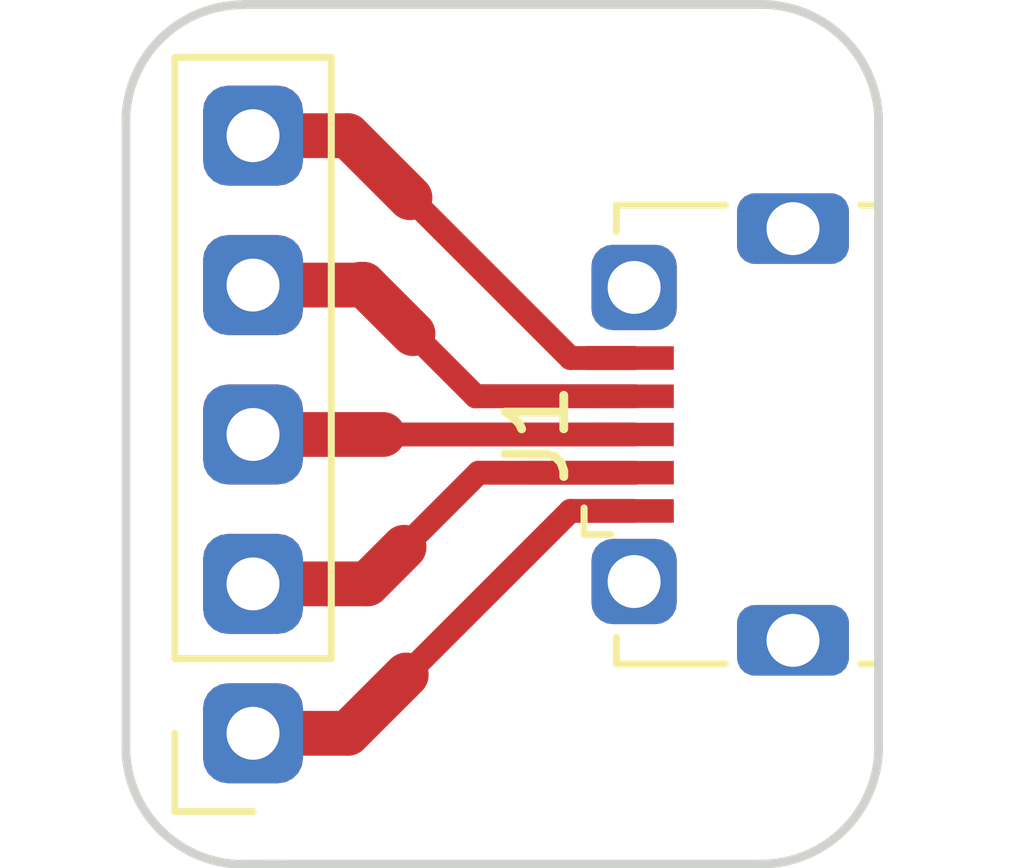
<source format=kicad_pcb>
(kicad_pcb (version 20171130) (host pcbnew 5.0.1)

  (general
    (thickness 1.6)
    (drawings 8)
    (tracks 23)
    (zones 0)
    (modules 2)
    (nets 7)
  )

  (page A4)
  (layers
    (0 F.Cu signal)
    (31 B.Cu signal hide)
    (32 B.Adhes user hide)
    (33 F.Adhes user hide)
    (34 B.Paste user hide)
    (35 F.Paste user hide)
    (36 B.SilkS user hide)
    (37 F.SilkS user hide)
    (38 B.Mask user hide)
    (39 F.Mask user hide)
    (40 Dwgs.User user hide)
    (41 Cmts.User user hide)
    (42 Eco1.User user hide)
    (43 Eco2.User user hide)
    (44 Edge.Cuts user)
    (45 Margin user)
    (46 B.CrtYd user hide)
    (47 F.CrtYd user)
    (48 B.Fab user hide)
    (49 F.Fab user)
  )

  (setup
    (last_trace_width 0.762)
    (user_trace_width 0.4064)
    (user_trace_width 0.762)
    (trace_clearance 0.2)
    (zone_clearance 0.508)
    (zone_45_only no)
    (trace_min 0.2)
    (segment_width 0.2)
    (edge_width 0.15)
    (via_size 0.8)
    (via_drill 0.4)
    (via_min_size 0.4)
    (via_min_drill 0.3)
    (uvia_size 0.3)
    (uvia_drill 0.1)
    (uvias_allowed no)
    (uvia_min_size 0.2)
    (uvia_min_drill 0.1)
    (pcb_text_width 0.3)
    (pcb_text_size 1.5 1.5)
    (mod_edge_width 0.15)
    (mod_text_size 1 1)
    (mod_text_width 0.15)
    (pad_size 1.7 1.7)
    (pad_drill 0.9)
    (pad_to_mask_clearance 0.051)
    (solder_mask_min_width 0.25)
    (aux_axis_origin 139.39 86.79)
    (visible_elements FFFFFF7F)
    (pcbplotparams
      (layerselection 0x00000_7ffffffe)
      (usegerberextensions false)
      (usegerberattributes false)
      (usegerberadvancedattributes false)
      (creategerberjobfile false)
      (excludeedgelayer true)
      (linewidth 0.100000)
      (plotframeref false)
      (viasonmask false)
      (mode 1)
      (useauxorigin false)
      (hpglpennumber 1)
      (hpglpenspeed 20)
      (hpglpendiameter 15.000000)
      (psnegative false)
      (psa4output false)
      (plotreference true)
      (plotvalue true)
      (plotinvisibletext false)
      (padsonsilk false)
      (subtractmaskfromsilk false)
      (outputformat 1)
      (mirror false)
      (drillshape 0)
      (scaleselection 1)
      (outputdirectory "cnc/"))
  )

  (net 0 "")
  (net 1 "Net-(J1-Pad6)")
  (net 2 "Net-(J1-Pad2)")
  (net 3 "Net-(J1-Pad1)")
  (net 4 "Net-(J1-Pad5)")
  (net 5 "Net-(J1-Pad4)")
  (net 6 "Net-(J1-Pad3)")

  (net_class Default "This is the default net class."
    (clearance 0.2)
    (trace_width 0.25)
    (via_dia 0.8)
    (via_drill 0.4)
    (uvia_dia 0.3)
    (uvia_drill 0.1)
    (add_net "Net-(J1-Pad1)")
    (add_net "Net-(J1-Pad2)")
    (add_net "Net-(J1-Pad3)")
    (add_net "Net-(J1-Pad4)")
    (add_net "Net-(J1-Pad5)")
    (add_net "Net-(J1-Pad6)")
  )

  (module micro-usb-breakout:USB_Micro-B_Molex-105017-0001-ALIEXPRESS (layer F.Cu) (tedit 5C165A85) (tstamp 5C2256C9)
    (at 136.5885 79.3115 90)
    (descr http://www.molex.com/pdm_docs/sd/1050170001_sd.pdf)
    (tags "Micro-USB SMD Typ-B")
    (path /5C1572FD)
    (attr smd)
    (fp_text reference J1 (at 0 -3.1125 90) (layer F.SilkS)
      (effects (font (size 1 1) (thickness 0.15)))
    )
    (fp_text value USB_B_Micro (at 0.3 4.3375 90) (layer F.Fab)
      (effects (font (size 1 1) (thickness 0.15)))
    )
    (fp_text user "PCB Edge" (at 0 2.6875 90) (layer Dwgs.User)
      (effects (font (size 0.5 0.5) (thickness 0.08)))
    )
    (fp_text user %R (at 0 0.8875 90) (layer F.Fab)
      (effects (font (size 1 1) (thickness 0.15)))
    )
    (fp_line (start -4.4 3.64) (end 4.4 3.64) (layer F.CrtYd) (width 0.05))
    (fp_line (start 4.4 -2.46) (end 4.4 3.64) (layer F.CrtYd) (width 0.05))
    (fp_line (start -4.4 -2.46) (end 4.4 -2.46) (layer F.CrtYd) (width 0.05))
    (fp_line (start -4.4 3.64) (end -4.4 -2.46) (layer F.CrtYd) (width 0.05))
    (fp_line (start -3.9 -1.7625) (end -3.45 -1.7625) (layer F.SilkS) (width 0.12))
    (fp_line (start -3.9 0.0875) (end -3.9 -1.7625) (layer F.SilkS) (width 0.12))
    (fp_line (start 3.9 2.6375) (end 3.9 2.3875) (layer F.SilkS) (width 0.12))
    (fp_line (start 3.75 3.3875) (end 3.75 -1.6125) (layer F.Fab) (width 0.1))
    (fp_line (start -3 2.689204) (end 3 2.689204) (layer F.Fab) (width 0.1))
    (fp_line (start -3.75 3.389204) (end 3.75 3.389204) (layer F.Fab) (width 0.1))
    (fp_line (start -3.75 -1.6125) (end 3.75 -1.6125) (layer F.Fab) (width 0.1))
    (fp_line (start -3.75 3.3875) (end -3.75 -1.6125) (layer F.Fab) (width 0.1))
    (fp_line (start -3.9 2.6375) (end -3.9 2.3875) (layer F.SilkS) (width 0.12))
    (fp_line (start 3.9 0.0875) (end 3.9 -1.7625) (layer F.SilkS) (width 0.12))
    (fp_line (start 3.9 -1.7625) (end 3.45 -1.7625) (layer F.SilkS) (width 0.12))
    (fp_line (start -1.7 -2.3125) (end -1.25 -2.3125) (layer F.SilkS) (width 0.12))
    (fp_line (start -1.7 -2.3125) (end -1.7 -1.8625) (layer F.SilkS) (width 0.12))
    (fp_line (start -1.3 -1.7125) (end -1.5 -1.9125) (layer F.Fab) (width 0.1))
    (fp_line (start -1.1 -1.9125) (end -1.3 -1.7125) (layer F.Fab) (width 0.1))
    (fp_line (start -1.5 -2.1225) (end -1.1 -2.1225) (layer F.Fab) (width 0.1))
    (fp_line (start -1.5 -2.1225) (end -1.5 -1.9125) (layer F.Fab) (width 0.1))
    (fp_line (start -1.1 -2.1225) (end -1.1 -1.9125) (layer F.Fab) (width 0.1))
    (pad 6 smd rect (at 1 1.2375 90) (size 1.5 1.9) (layers F.Paste F.Mask)
      (net 1 "Net-(J1-Pad6)"))
    (pad "" thru_hole roundrect (at -2.5 -1.4625 90) (size 1.45 1.45) (drill 0.9) (layers F.Cu F.Mask) (roundrect_rratio 0.25))
    (pad 2 smd rect (at -0.65 -1.4625 90) (size 0.4 1.35) (layers F.Cu F.Paste F.Mask)
      (net 2 "Net-(J1-Pad2)"))
    (pad 1 smd rect (at -1.3 -1.4625 90) (size 0.4 1.35) (layers F.Cu F.Paste F.Mask)
      (net 3 "Net-(J1-Pad1)"))
    (pad 5 smd rect (at 1.3 -1.4625 90) (size 0.4 1.35) (layers F.Cu F.Paste F.Mask)
      (net 4 "Net-(J1-Pad5)"))
    (pad 4 smd rect (at 0.65 -1.4625 90) (size 0.4 1.35) (layers F.Cu F.Paste F.Mask)
      (net 5 "Net-(J1-Pad4)"))
    (pad 3 smd rect (at 0 -1.4625 90) (size 0.4 1.35) (layers F.Cu F.Paste F.Mask)
      (net 6 "Net-(J1-Pad3)"))
    (pad "" thru_hole roundrect (at 2.5 -1.4625 90) (size 1.45 1.45) (drill 0.9) (layers F.Cu F.Mask) (roundrect_rratio 0.25))
    (pad 6 smd rect (at -1 1.2375 90) (size 1.5 1.9) (layers F.Paste F.Mask)
      (net 1 "Net-(J1-Pad6)"))
    (pad "" thru_hole roundrect (at -3.5 1.2375 270) (size 1.2 1.9) (drill 0.9) (layers F.Cu F.Mask) (roundrect_rratio 0.25))
    (pad "" thru_hole roundrect (at 3.5 1.2375 90) (size 1.2 1.9) (drill 0.9) (layers F.Cu F.Mask) (roundrect_rratio 0.25))
    (pad 6 smd rect (at 2.9 1.2375 90) (size 1.2 1.9) (layers F.Mask)
      (net 1 "Net-(J1-Pad6)"))
    (pad 6 smd rect (at -2.9 1.2375 90) (size 1.2 1.9) (layers F.Mask)
      (net 1 "Net-(J1-Pad6)"))
    (model ${KISYS3DMOD}/Connector_USB.3dshapes/USB_Micro-B_Molex-105017-0001.wrl
      (at (xyz 0 0 0))
      (scale (xyz 1 1 1))
      (rotate (xyz 0 0 0))
    )
  )

  (module Connector_PinSocket_2.54mm:PinSocket_1x05_P2.54mm_Vertical (layer F.Cu) (tedit 5C165AB6) (tstamp 5C415DC3)
    (at 128.651 84.3915 180)
    (descr "Through hole straight socket strip, 1x05, 2.54mm pitch, single row (from Kicad 4.0.7), script generated")
    (tags "Through hole socket strip THT 1x05 2.54mm single row")
    (path /5C157705)
    (fp_text reference J2 (at 0 -2.77 180) (layer F.SilkS)
      (effects (font (size 1 1) (thickness 0.15)))
    )
    (fp_text value Conn_01x05_Male (at 3.451 5.1715 270) (layer F.Fab)
      (effects (font (size 1 1) (thickness 0.15)))
    )
    (fp_line (start -1.27 -1.27) (end 0.635 -1.27) (layer F.Fab) (width 0.1))
    (fp_line (start 0.635 -1.27) (end 1.27 -0.635) (layer F.Fab) (width 0.1))
    (fp_line (start 1.27 -0.635) (end 1.27 11.43) (layer F.Fab) (width 0.1))
    (fp_line (start 1.27 11.43) (end -1.27 11.43) (layer F.Fab) (width 0.1))
    (fp_line (start -1.27 11.43) (end -1.27 -1.27) (layer F.Fab) (width 0.1))
    (fp_line (start -1.33 1.27) (end 1.33 1.27) (layer F.SilkS) (width 0.12))
    (fp_line (start -1.33 1.27) (end -1.33 11.49) (layer F.SilkS) (width 0.12))
    (fp_line (start -1.33 11.49) (end 1.33 11.49) (layer F.SilkS) (width 0.12))
    (fp_line (start 1.33 1.27) (end 1.33 11.49) (layer F.SilkS) (width 0.12))
    (fp_line (start 1.33 -1.33) (end 1.33 0) (layer F.SilkS) (width 0.12))
    (fp_line (start 0 -1.33) (end 1.33 -1.33) (layer F.SilkS) (width 0.12))
    (fp_line (start -1.8 -1.8) (end 1.75 -1.8) (layer F.CrtYd) (width 0.05))
    (fp_line (start 1.75 -1.8) (end 1.75 11.9) (layer F.CrtYd) (width 0.05))
    (fp_line (start 1.75 11.9) (end -1.8 11.9) (layer F.CrtYd) (width 0.05))
    (fp_line (start -1.8 11.9) (end -1.8 -1.8) (layer F.CrtYd) (width 0.05))
    (fp_text user %R (at 0 5.08 270) (layer F.Fab)
      (effects (font (size 1 1) (thickness 0.15)))
    )
    (pad 1 thru_hole roundrect (at 0 0 180) (size 1.7 1.7) (drill 0.9) (layers F.Cu F.Mask) (roundrect_rratio 0.25)
      (net 3 "Net-(J1-Pad1)"))
    (pad 2 thru_hole roundrect (at 0 2.54 180) (size 1.7 1.7) (drill 0.9) (layers F.Cu F.Mask) (roundrect_rratio 0.25)
      (net 2 "Net-(J1-Pad2)"))
    (pad 3 thru_hole roundrect (at 0 5.08 180) (size 1.7 1.7) (drill 0.9) (layers F.Cu F.Mask) (roundrect_rratio 0.25)
      (net 6 "Net-(J1-Pad3)"))
    (pad 4 thru_hole roundrect (at 0 7.62 180) (size 1.7 1.7) (drill 0.9) (layers F.Cu F.Mask) (roundrect_rratio 0.25)
      (net 5 "Net-(J1-Pad4)"))
    (pad 5 thru_hole roundrect (at 0 10.16 180) (size 1.7 1.7) (drill 0.9) (layers F.Cu F.Mask) (roundrect_rratio 0.25)
      (net 4 "Net-(J1-Pad5)"))
    (model ${KISYS3DMOD}/Connector_PinSocket_2.54mm.3dshapes/PinSocket_1x05_P2.54mm_Vertical.wrl
      (at (xyz 0 0 0))
      (scale (xyz 1 1 1))
      (rotate (xyz 0 0 0))
    )
  )

  (gr_arc (start 128.489346 74.004902) (end 128.509346 72.004902) (angle -91.29214085) (layer Edge.Cuts) (width 0.15) (tstamp 5C2268AE))
  (gr_arc (start 137.28 74) (end 139.28 74.02) (angle -90.85941521) (layer Edge.Cuts) (width 0.15) (tstamp 5C2268AE))
  (gr_arc (start 128.49 84.62) (end 128.51 86.62) (angle 91.1458774) (layer Edge.Cuts) (width 0.15) (tstamp 5C2268AE))
  (gr_arc (start 137.28058 84.615) (end 137.26058 86.615) (angle -91.28930637) (layer Edge.Cuts) (width 0.15))
  (gr_line (start 128.492 86.615) (end 137.26058 86.615) (layer Edge.Cuts) (width 0.15))
  (gr_line (start 126.492 74) (end 126.492 84.615) (layer Edge.Cuts) (width 0.15))
  (gr_line (start 137.27836 72) (end 128.492 72) (layer Edge.Cuts) (width 0.15))
  (gr_line (start 139.27836 84.615) (end 139.27836 74) (layer Edge.Cuts) (width 0.15))

  (segment (start 133.335 79.9615) (end 135.1385 79.9615) (width 0.4064) (layer F.Cu) (net 2))
  (segment (start 132.4841 79.9615) (end 135.126 79.9615) (width 0.4064) (layer F.Cu) (net 2))
  (segment (start 130.5941 81.8515) (end 131.2164 81.2292) (width 0.762) (layer F.Cu) (net 2))
  (segment (start 128.651 81.8515) (end 130.5941 81.8515) (width 0.762) (layer F.Cu) (net 2))
  (segment (start 131.2164 81.2292) (end 132.4841 79.9615) (width 0.4064) (layer F.Cu) (net 2))
  (segment (start 128.651 84.3915) (end 130.263 84.3915) (width 0.762) (layer F.Cu) (net 3))
  (segment (start 130.263 84.3915) (end 131.25405 83.40045) (width 0.762) (layer F.Cu) (net 3))
  (segment (start 134.043 80.6115) (end 135.126 80.6115) (width 0.4064) (layer F.Cu) (net 3))
  (segment (start 131.25405 83.40045) (end 134.043 80.6115) (width 0.4064) (layer F.Cu) (net 3))
  (segment (start 135.1385 78.0115) (end 134.336 78.0115) (width 0.4064) (layer F.Cu) (net 4))
  (segment (start 128.651 74.2315) (end 130.263 74.2315) (width 0.762) (layer F.Cu) (net 4))
  (segment (start 130.263 74.2315) (end 131.31755 75.28605) (width 0.762) (layer F.Cu) (net 4))
  (segment (start 134.043 78.0115) (end 135.126 78.0115) (width 0.4064) (layer F.Cu) (net 4))
  (segment (start 131.31755 75.28605) (end 134.043 78.0115) (width 0.4064) (layer F.Cu) (net 4))
  (segment (start 128.651 76.7715) (end 130.4544 76.7715) (width 0.762) (layer F.Cu) (net 5))
  (segment (start 130.4671 76.7588) (end 130.4544 76.7715) (width 0.4064) (layer F.Cu) (net 5))
  (segment (start 135.1385 78.6615) (end 132.4379 78.6615) (width 0.4064) (layer F.Cu) (net 5))
  (segment (start 132.4379 78.6615) (end 132.4356 78.6638) (width 0.4064) (layer F.Cu) (net 5))
  (segment (start 130.5306 76.7588) (end 131.3688 77.597) (width 0.762) (layer F.Cu) (net 5))
  (segment (start 130.4671 76.7588) (end 130.5306 76.7588) (width 0.762) (layer F.Cu) (net 5))
  (segment (start 132.4356 78.6638) (end 131.3688 77.597) (width 0.4064) (layer F.Cu) (net 5))
  (segment (start 128.651 79.3115) (end 130.8608 79.3115) (width 0.762) (layer F.Cu) (net 6))
  (segment (start 130.8608 79.3115) (end 135.126 79.3115) (width 0.4064) (layer F.Cu) (net 6))

)

</source>
